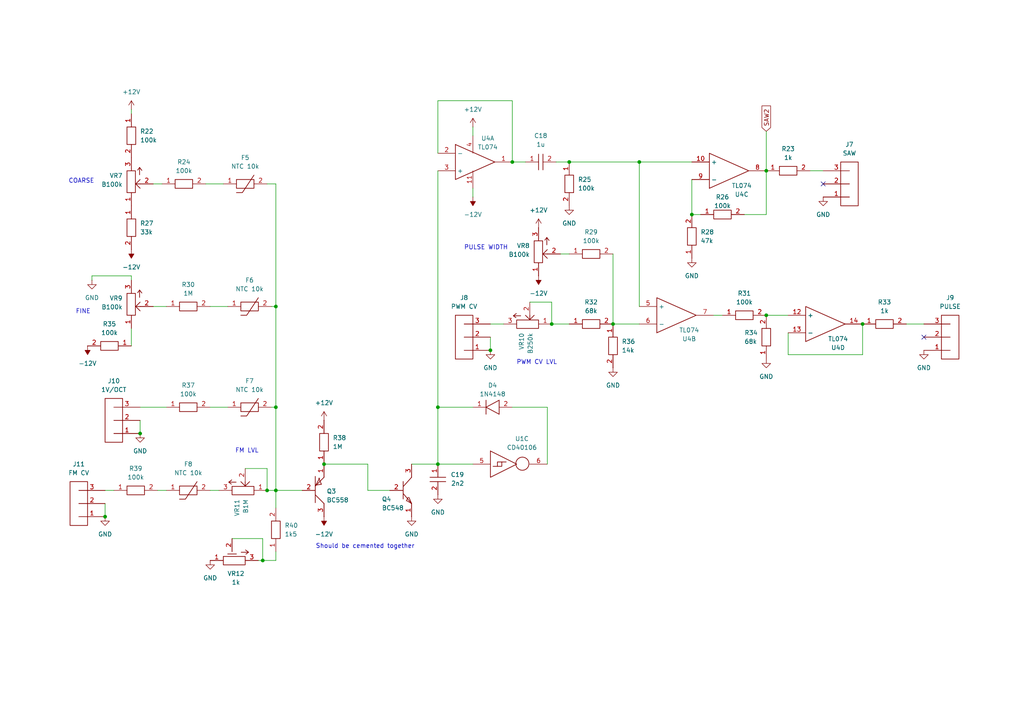
<source format=kicad_sch>
(kicad_sch (version 20250114) (generator "eeschema") (generator_version "9.0")
  (paper "A4")
  (lib_symbols
    (symbol "V_Connector:CONN_3"
      (property "Reference" "J" (at -5.08 11.43 0))
      (property "Value" "CONN_3" (at -5.08 8.89 0))
      (symbol "CONN_3_0_0"
        (rectangle (start 0 6.35) (end 5.08 -6.35) (stroke (width 0.2032)))
      )
      (symbol "CONN_3_1_0"
        (pin unspecified line (at -5.08 3.81 0) (length 7.62) (name "~") (number "1"))
        (pin unspecified line (at -5.08 0 0) (length 7.62) (name "~") (number "2"))
        (pin unspecified line (at -5.08 -3.81 0) (length 7.62) (name "~") (number "3"))
      )
    )
    (symbol "V_Diode:1N4148"
      (property "Reference" "D" (at -1.905 10.795 0))
      (property "Value" "1N4148" (at -1.905 8.255 0))
      (symbol "1N4148_0_0"
        (polyline (pts (xy -2.032 2.54) (xy 2.032 2.54)) (stroke (width 0.2032)))
        (polyline (pts (xy -2.032 -1.27) (xy 2.032 -1.27)) (stroke (width 0.2032)))
        (polyline (pts (xy 0 -1.27) (xy -2.032 2.54)) (stroke (width 0.2032)))
        (polyline (pts (xy 2.032 2.54) (xy 0 -1.27)) (stroke (width 0.2032)))
      )
      (symbol "1N4148_1_0"
        (pin unspecified line (at 0 6.35 270) (length 3.81) (name "~") (number "2"))
        (pin unspecified line (at 0 -5.08 90) (length 3.81) (name "~") (number "1"))
      )
    )
    (symbol "V_Linear:TL074,_TL084,_LF347_ETC"
      (property "Reference" "U" (at -10.795 12.7 0))
      (property "Value" "TL074,_TL084,_LF347_ETC" (at -10.795 10.16 0))
      (symbol "TL074,_TL084,_LF347_ETC_0_0"
        (polyline (pts (xy -6.35 5.08) (xy 5.08 0) (xy -6.35 -5.08) (xy -6.35 5.08)) (stroke (width 0.2032)))
      )
      (symbol "TL074,_TL084,_LF347_ETC_1_0"
        (pin unspecified line (at -11.43 2.54 0) (length 5.08) (name "-") (number "2"))
        (pin unspecified line (at -11.43 -2.54 0) (length 5.08) (name "+") (number "3"))
        (pin power_in line (at -1.27 7.62 270) (length 5.08) (name "~") (number "4"))
        (pin power_in line (at -1.27 -7.62 90) (length 5.08) (name "~") (number "11"))
        (pin unspecified line (at 10.16 0 180) (length 5.08) (name "~") (number "1"))
      )
      (symbol "TL074,_TL084,_LF347_ETC_2_0"
        (pin unspecified line (at -11.43 2.54 0) (length 5.08) (name "-") (number "6"))
        (pin unspecified line (at -11.43 -2.54 0) (length 5.08) (name "+") (number "5"))
        (pin unspecified line (at 10.16 0 180) (length 5.08) (name "~") (number "7"))
      )
      (symbol "TL074,_TL084,_LF347_ETC_3_0"
        (pin unspecified line (at -11.43 2.54 0) (length 5.08) (name "-") (number "9"))
        (pin unspecified line (at -11.43 -2.54 0) (length 5.08) (name "+") (number "10"))
        (pin unspecified line (at 10.16 0 180) (length 5.08) (name "~") (number "8"))
      )
      (symbol "TL074,_TL084,_LF347_ETC_4_0"
        (pin unspecified line (at -11.43 2.54 0) (length 5.08) (name "-") (number "13"))
        (pin unspecified line (at -11.43 -2.54 0) (length 5.08) (name "+") (number "12"))
        (pin unspecified line (at 10.16 0 180) (length 5.08) (name "~") (number "14"))
      )
    )
    (symbol "V_Logic:CD40106"
      (property "Reference" "U" (at -10.795 12.7 0))
      (property "Value" "CD40106" (at -10.795 10.16 0))
      (symbol "CD40106_0_0"
        (polyline (pts (xy -6.35 3.81) (xy -6.35 -3.81) (xy 1.27 0) (xy -6.35 3.81)) (stroke (width 0.2032)))
        (polyline (pts (xy -4.318 -0.635) (xy -4.318 0.635) (xy -1.778 0.635)) (stroke (width 0.2032)))
        (polyline (pts (xy -3.048 0.635) (xy -3.048 -0.635) (xy -5.588 -0.635)) (stroke (width 0.2032)))
        (circle (center 2.921 0.127) (radius 1.905) (stroke (width 0.2032)))
      )
      (symbol "CD40106_1_0"
        (pin unspecified line (at -11.43 0 0) (length 5.08) (name "~") (number "1"))
        (pin unspecified line (at -2.54 7.62 270) (length 5.08) (name "~") (number "14"))
        (pin unspecified line (at -2.54 -7.62 90) (length 5.08) (name "~") (number "7"))
        (pin unspecified line (at 10.16 0 180) (length 5.08) (name "~") (number "2"))
      )
      (symbol "CD40106_2_0"
        (pin unspecified line (at -11.43 0 0) (length 5.08) (name "~") (number "3"))
        (pin unspecified line (at 10.16 0 180) (length 5.08) (name "~") (number "4"))
      )
      (symbol "CD40106_3_0"
        (pin unspecified line (at -11.43 0 0) (length 5.08) (name "~") (number "5"))
        (pin unspecified line (at 10.16 0 180) (length 5.08) (name "~") (number "6"))
      )
      (symbol "CD40106_4_0"
        (pin unspecified line (at -11.43 0 0) (length 5.08) (name "~") (number "9"))
        (pin unspecified line (at 10.16 0 180) (length 5.08) (name "~") (number "8"))
      )
      (symbol "CD40106_5_0"
        (pin unspecified line (at -11.43 0 0) (length 5.08) (name "~") (number "11"))
        (pin unspecified line (at 10.16 0 180) (length 5.08) (name "~") (number "10"))
      )
      (symbol "CD40106_6_0"
        (pin unspecified line (at -11.43 0 0) (length 5.08) (name "~") (number "13"))
        (pin unspecified line (at 10.16 0 180) (length 5.08) (name "~") (number "12"))
      )
    )
    (symbol "V_Passive:C"
      (property "Reference" "C" (at -2.54 9.525 0))
      (property "Value" "C" (at -2.54 6.985 0))
      (symbol "C_0_0"
        (polyline (pts (xy -2.286 1.27) (xy 2.286 1.27)) (stroke (width 0.2032)))
        (polyline (pts (xy -2.286 0) (xy 2.286 0)) (stroke (width 0.2032)))
      )
      (symbol "C_1_0"
        (pin unspecified line (at 0 5.08 270) (length 3.81) (name "~") (number "1"))
        (pin unspecified line (at 0 -3.81 90) (length 3.81) (name "~") (number "2"))
      )
    )
    (symbol "V_Passive:MOV"
      (property "Reference" "F" (at -2.54 11.43 0))
      (property "Value" "MOV" (at -2.54 8.89 0))
      (symbol "MOV_0_0"
        (polyline (pts (xy -2.54 2.54) (xy -2.54 0.8382) (xy 2.54 -2.54)) (stroke (width 0.2032)))
        (rectangle (start -1.27 2.54) (end 1.27 -2.54) (stroke (width 0.2032)))
      )
      (symbol "MOV_1_0"
        (pin unspecified line (at 0 6.35 270) (length 3.81) (name "~") (number "1"))
        (pin unspecified line (at 0 -6.35 90) (length 3.81) (name "~") (number "2"))
      )
    )
    (symbol "V_Passive:R"
      (property "Reference" "R" (at -1.27 11.43 0))
      (property "Value" "R" (at -1.27 8.89 0))
      (symbol "R_0_0"
        (rectangle (start -1.27 2.54) (end 1.27 -2.54) (stroke (width 0.2032)))
      )
      (symbol "R_1_0"
        (pin unspecified line (at 0 6.35 270) (length 3.81) (name "~") (number "1"))
        (pin unspecified line (at 0 -6.35 90) (length 3.81) (name "~") (number "2"))
      )
    )
    (symbol "V_Passive:RT"
      (property "Reference" "VR" (at -3.81 12.065 0))
      (property "Value" "RT" (at -3.81 9.525 0))
      (symbol "RT_0_0"
        (polyline (pts (xy 0.1524 4.7752) (xy 0.7112 4.0132)) (stroke (width 0.2032)))
        (polyline (pts (xy 0.1524 2.6416) (xy 0.1524 4.7752) (xy -0.508 3.9116)) (stroke (width 0.2032)))
        (polyline (pts (xy 0.6604 -1.27) (xy 0.6604 1.27)) (stroke (width 0.2032)))
        (rectangle (start 1.3716 3.81) (end 3.81 -2.54) (stroke (width 0.2032)))
      )
      (symbol "RT_1_0"
        (pin unspecified line (at -3.81 0 0) (length 3.81) (name "~") (number "2"))
        (pin unspecified line (at 2.54 7.62 270) (length 3.81) (name "~") (number "3"))
        (pin unspecified line (at 2.54 -6.35 90) (length 3.81) (name "~") (number "1"))
      )
    )
    (symbol "V_Passive:RV"
      (property "Reference" "VR" (at -3.81 12.065 0))
      (property "Value" "RV" (at -3.81 9.525 0))
      (symbol "RV_0_0"
        (polyline (pts (xy 0 1.27) (xy 1.27 0) (xy 0 -1.27)) (stroke (width 0.2032)))
        (polyline (pts (xy 0 0) (xy 1.27 0)) (stroke (width 0.2032)))
        (polyline (pts (xy 0.1524 4.7752) (xy 0.7112 4.0132)) (stroke (width 0.2032)))
        (polyline (pts (xy 0.1524 2.6416) (xy 0.1524 4.7752) (xy -0.508 3.9116)) (stroke (width 0.2032)))
        (rectangle (start 1.3716 3.81) (end 3.81 -2.54) (stroke (width 0.2032)))
      )
      (symbol "RV_1_0"
        (pin unspecified line (at -3.81 0 0) (length 3.81) (name "~") (number "2"))
        (pin unspecified line (at 2.54 7.62 270) (length 3.81) (name "~") (number "3"))
        (pin unspecified line (at 2.54 -6.35 90) (length 3.81) (name "~") (number "1"))
      )
    )
    (symbol "V_Transistor:BC547{brace}slash}BC548{brace}slash}BC549"
      (property "Reference" "Q" (at -7.62 8.255 0))
      (property "Value" "BC547{brace}slash}BC548{brace}slash}BC549" (at -7.62 5.715 0))
      (symbol "BC547{brace}slash}BC548{brace}slash}BC549_0_0"
        (polyline (pts (xy -2.5908 1.3716) (xy 2.4892 1.3716)) (stroke (width 0.2032)))
        (polyline (pts (xy -1.1684 1.4224) (xy -3.81 3.81)) (stroke (width 0.2032)))
        (polyline (pts (xy 0.9652 1.4224) (xy 3.81 3.81)) (stroke (width 0.2032)))
        (polyline (pts (xy 2.032 3.048) (xy 3.81 3.81)) (stroke (width 0.2032)))
        (polyline (pts (xy 2.032 2.794) (xy 3.048 2.286)) (stroke (width 0.2032)))
        (polyline (pts (xy 3.048 2.54) (xy 3.81 3.81)) (stroke (width 0.2032)))
      )
      (symbol "BC547{brace}slash}BC548{brace}slash}BC549_1_0"
        (pin unspecified line (at -7.62 3.81 0) (length 3.81) (name "~") (number "3"))
        (pin unspecified line (at 0 -2.54 90) (length 3.81) (name "~") (number "2"))
        (pin unspecified line (at 7.62 3.81 180) (length 3.81) (name "~") (number "1"))
      )
    )
    (symbol "V_Transistor:BC557{brace}slash}BC558{brace}slash}BC559"
      (property "Reference" "Q" (at -7.62 8.255 0))
      (property "Value" "BC557{brace}slash}BC558{brace}slash}BC559" (at -7.62 5.715 0))
      (symbol "BC557{brace}slash}BC558{brace}slash}BC559_0_0"
        (polyline (pts (xy -3.556 1.27) (xy 4.064 1.27)) (stroke (width 0.2032)))
        (polyline (pts (xy -1.27 1.27) (xy -3.81 3.81)) (stroke (width 0.2032)))
        (polyline (pts (xy 1.27 1.27) (xy 3.81 3.81)) (stroke (width 0.2032)))
        (polyline (pts (xy 1.778 3.048) (xy 1.524 1.27)) (stroke (width 0.2032)))
        (polyline (pts (xy 1.778 3.048) (xy 3.556 2.286)) (stroke (width 0.2032)))
        (polyline (pts (xy 3.556 2.54) (xy 1.27 1.27)) (stroke (width 0.2032)))
      )
      (symbol "BC557{brace}slash}BC558{brace}slash}BC559_1_0"
        (pin unspecified line (at -7.62 3.81 0) (length 3.81) (name "~") (number "3"))
        (pin unspecified line (at 0 -2.54 90) (length 3.81) (name "~") (number "2"))
        (pin unspecified line (at 7.62 3.81 180) (length 3.81) (name "~") (number "1"))
      )
    )
    (symbol "power:+15V" (power) (pin_numbers (hide yes)) (pin_names (offset 0) (hide yes))
      (property "Value" "+15V" (at 0 3.556 0))
      (symbol "+15V_0_1"
        (polyline (pts (xy -0.762 1.27) (xy 0 2.54)))
        (polyline (pts (xy 0 2.54) (xy 0.762 1.27)))
        (polyline (pts (xy 0 0) (xy 0 2.54)))
      )
      (symbol "+15V_1_1"
        (pin power_in line (at 0 0 90) (length 0) (name "~") (number "1"))
      )
    )
    (symbol "power:-15V" (power) (pin_numbers (hide yes)) (pin_names (offset 0) (hide yes))
      (property "Value" "-15V" (at 0 3.556 0))
      (symbol "-15V_0_0"
        (pin power_in line (at 0 0 90) (length 0) (name "~") (number "1"))
      )
      (symbol "-15V_0_1"
        (polyline (pts (xy 0 0) (xy 0 1.27) (xy 0.762 1.27) (xy 0 2.54) (xy -0.762 1.27) (xy 0 1.27)) (fill (type outline)))
      )
    )
    (symbol "power:GND" (power) (pin_numbers (hide yes)) (pin_names (offset 0) (hide yes))
      (property "Value" "GND" (at 0 -3.81 0))
      (symbol "GND_0_1"
        (polyline (pts (xy 0 0) (xy 0 -1.27) (xy 1.27 -1.27) (xy 0 -2.54) (xy -1.27 -1.27) (xy 0 -1.27)))
      )
      (symbol "GND_1_1"
        (pin power_in line (at 0 0 270) (length 0) (name "~") (number "1"))
      )
    )
  )
  (text "PWM CV LVL" (at 155.702 105.156 0) (effects (font (size 1.27 1.27))))
  (text "FINE" (at 24.13 90.424 0) (effects (font (size 1.27 1.27))))
  (text "Should be cemented together" (at 105.918 158.496 0) (effects (font (size 1.27 1.27))))
  (text "PULSE WIDTH\n" (at 140.97 71.882 0) (effects (font (size 1.27 1.27))))
  (text "COARSE\n" (at 23.622 52.578 0) (effects (font (size 1.27 1.27))))
  (text "FM LVL" (at 71.628 130.81 0) (effects (font (size 1.27 1.27))))
  (junction (at 142.24 101.6))
  (junction (at 222.25 49.53))
  (junction (at 148.59 46.99))
  (junction (at 80.01 88.9))
  (junction (at 222.25 91.44))
  (junction (at 127 118.11))
  (junction (at 127 134.62))
  (junction (at 200.66 62.23))
  (junction (at 250.19 93.98))
  (junction (at 30.48 149.86))
  (junction (at 80.01 142.24))
  (junction (at 93.98 134.62))
  (junction (at 185.42 46.99))
  (junction (at 160.02 93.98))
  (junction (at 76.2 162.56))
  (junction (at 77.47 142.24))
  (junction (at 40.64 125.73))
  (junction (at 177.8 93.98))
  (junction (at 80.01 118.11))
  (junction (at 165.1 46.99))
  (no_connect (at 238.76 53.34))
  (no_connect (at 267.97 97.79))
  (wire (pts (xy 127 118.11) (xy 127 134.62)))
  (wire (pts (xy 93.98 134.62) (xy 106.68 134.62)))
  (wire (pts (xy 26.67 81.28) (xy 26.67 80.01)))
  (wire (pts (xy 38.1 95.25) (xy 38.1 100.33)))
  (wire (pts (xy 30.48 146.05) (xy 30.48 149.86)))
  (wire (pts (xy 200.66 62.23) (xy 203.2 62.23)))
  (wire (pts (xy 222.25 62.23) (xy 222.25 49.53)))
  (wire (pts (xy 207.01 91.44) (xy 209.55 91.44)))
  (wire (pts (xy 228.6 96.52) (xy 228.6 102.87)))
  (wire (pts (xy 177.8 93.98) (xy 185.42 93.98)))
  (wire (pts (xy 60.96 118.11) (xy 66.04 118.11)))
  (wire (pts (xy 127 29.21) (xy 148.59 29.21)))
  (wire (pts (xy 158.75 134.62) (xy 158.75 118.11)))
  (wire (pts (xy 127 44.45) (xy 127 29.21)))
  (wire (pts (xy 160.02 87.63) (xy 160.02 93.98)))
  (wire (pts (xy 77.47 135.89) (xy 77.47 142.24)))
  (wire (pts (xy 262.89 93.98) (xy 267.97 93.98)))
  (wire (pts (xy 165.1 46.99) (xy 185.42 46.99)))
  (wire (pts (xy 137.16 118.11) (xy 127 118.11)))
  (wire (pts (xy 153.67 87.63) (xy 160.02 87.63)))
  (wire (pts (xy 76.2 156.21) (xy 76.2 162.56)))
  (wire (pts (xy 185.42 46.99) (xy 200.66 46.99)))
  (wire (pts (xy 162.56 73.66) (xy 165.1 73.66)))
  (wire (pts (xy 234.95 49.53) (xy 238.76 49.53)))
  (wire (pts (xy 250.19 102.87) (xy 250.19 93.98)))
  (wire (pts (xy 77.47 53.34) (xy 80.01 53.34)))
  (wire (pts (xy 26.67 80.01) (xy 38.1 80.01)))
  (wire (pts (xy 77.47 142.24) (xy 80.01 142.24)))
  (wire (pts (xy 137.16 54.61) (xy 137.16 57.15)))
  (wire (pts (xy 40.64 121.92) (xy 40.64 125.73)))
  (wire (pts (xy 137.16 36.83) (xy 137.16 39.37)))
  (wire (pts (xy 200.66 52.07) (xy 200.66 62.23)))
  (wire (pts (xy 158.75 118.11) (xy 148.59 118.11)))
  (wire (pts (xy 222.25 91.44) (xy 228.6 91.44)))
  (wire (pts (xy 71.12 135.89) (xy 77.47 135.89)))
  (wire (pts (xy 80.01 118.11) (xy 78.74 118.11)))
  (wire (pts (xy 74.93 162.56) (xy 76.2 162.56)))
  (wire (pts (xy 30.48 142.24) (xy 33.02 142.24)))
  (wire (pts (xy 38.1 80.01) (xy 38.1 81.28)))
  (wire (pts (xy 127 49.53) (xy 127 118.11)))
  (wire (pts (xy 148.59 29.21) (xy 148.59 46.99)))
  (wire (pts (xy 44.45 88.9) (xy 48.26 88.9)))
  (wire (pts (xy 80.01 88.9) (xy 80.01 118.11)))
  (wire (pts (xy 80.01 53.34) (xy 80.01 88.9)))
  (wire (pts (xy 80.01 142.24) (xy 80.01 118.11)))
  (wire (pts (xy 59.69 53.34) (xy 64.77 53.34)))
  (wire (pts (xy 142.24 93.98) (xy 146.05 93.98)))
  (wire (pts (xy 127 134.62) (xy 137.16 134.62)))
  (wire (pts (xy 142.24 97.79) (xy 142.24 101.6)))
  (wire (pts (xy 177.8 73.66) (xy 177.8 93.98)))
  (wire (pts (xy 228.6 102.87) (xy 250.19 102.87)))
  (wire (pts (xy 185.42 46.99) (xy 185.42 88.9)))
  (wire (pts (xy 45.72 142.24) (xy 48.26 142.24)))
  (wire (pts (xy 160.02 93.98) (xy 165.1 93.98)))
  (wire (pts (xy 222.25 38.1) (xy 222.25 49.53)))
  (wire (pts (xy 148.59 46.99) (xy 152.4 46.99)))
  (wire (pts (xy 60.96 88.9) (xy 66.04 88.9)))
  (wire (pts (xy 80.01 162.56) (xy 80.01 160.02)))
  (wire (pts (xy 76.2 162.56) (xy 80.01 162.56)))
  (wire (pts (xy 80.01 142.24) (xy 87.63 142.24)))
  (wire (pts (xy 161.29 46.99) (xy 165.1 46.99)))
  (wire (pts (xy 106.68 134.62) (xy 106.68 142.24)))
  (wire (pts (xy 40.64 118.11) (xy 48.26 118.11)))
  (wire (pts (xy 67.31 156.21) (xy 76.2 156.21)))
  (wire (pts (xy 60.96 142.24) (xy 63.5 142.24)))
  (wire (pts (xy 80.01 88.9) (xy 78.74 88.9)))
  (wire (pts (xy 106.68 142.24) (xy 113.03 142.24)))
  (wire (pts (xy 38.1 33.02) (xy 38.1 31.75)))
  (wire (pts (xy 215.9 62.23) (xy 222.25 62.23)))
  (wire (pts (xy 46.99 53.34) (xy 44.45 53.34)))
  (wire (pts (xy 80.01 142.24) (xy 80.01 147.32)))
  (wire (pts (xy 119.38 134.62) (xy 127 134.62)))
  (global_label "SAW2" (shape input) (at 222.25 38.1 90) (property "Intersheetrefs" "${INTERSHEET_REFS}" (effects (hide yes))))
  (symbol (lib_id "power:-15V") (at 93.98 149.86 180) (unit 1)
    (property "Reference" "#PWR055" (effects (hide yes)))
    (property "Value" "-12V" (at 93.98 154.94 0))
    (property "Description" "Power symbol creates a global label with name \"-15V\"" (effects (hide yes)))
  )
  (symbol (lib_id "V_Passive:R") (at 38.1 66.04 0) (unit 1)
    (property "Reference" "R27" (at 40.64 64.7699 0) (effects (justify left)))
    (property "Value" "33k" (at 40.64 67.3099 0) (effects (justify left)))
    (property "Footprint" "AX3_1" (effects (hide yes)))
  )
  (symbol (lib_id "V_Linear:TL074,_TL084,_LF347_ETC") (at 212.09 49.53 0) (mirror x) (unit 3)
    (property "Reference" "U4" (at 215.138 56.388 0))
    (property "Value" "TL074" (at 215.138 53.848 0))
    (property "Footprint" "DIP14" (effects (hide yes)))
  )
  (symbol (lib_id "V_Passive:R") (at 171.45 73.66 90) (unit 1)
    (property "Reference" "R29" (at 171.45 67.31 90))
    (property "Value" "100k" (at 171.45 69.85 90))
    (property "Footprint" "AX3_1" (effects (hide yes)))
  )
  (symbol (lib_id "V_Passive:R") (at 209.55 62.23 90) (unit 1)
    (property "Reference" "R26" (at 209.55 57.15 90))
    (property "Value" "100k" (at 209.55 59.69 90))
    (property "Footprint" "AX3_1" (effects (hide yes)))
  )
  (symbol (lib_id "V_Passive:MOV") (at 71.12 53.34 90) (unit 1)
    (property "Reference" "F5" (at 71.12 45.72 90))
    (property "Value" "NTC 10k" (at 71.12 48.26 90))
    (property "Footprint" "AX3_1" (effects (hide yes)))
  )
  (symbol (lib_id "V_Connector:CONN_3") (at 25.4 146.05 180) (unit 1)
    (property "Reference" "J11" (at 22.86 134.62 0))
    (property "Value" "FM CV" (at 22.86 137.16 0))
    (property "Footprint" "THONK" (effects (hide yes)))
  )
  (symbol (lib_id "V_Passive:R") (at 38.1 39.37 0) (unit 1)
    (property "Reference" "R22" (at 40.64 38.0999 0) (effects (justify left)))
    (property "Value" "100k" (at 40.64 40.6399 0) (effects (justify left)))
    (property "Footprint" "AX3_1" (effects (hide yes)))
  )
  (symbol (lib_id "power:-15V") (at 156.21 80.01 180) (unit 1)
    (property "Reference" "#PWR042" (effects (hide yes)))
    (property "Value" "-12V" (at 156.21 85.09 0))
    (property "Description" "Power symbol creates a global label with name \"-15V\"" (effects (hide yes)))
  )
  (symbol (lib_id "power:GND") (at 26.67 81.28 0) (unit 1)
    (property "Reference" "#PWR043" (effects (hide yes)))
    (property "Value" "GND" (at 26.67 86.36 0))
    (property "Description" "Power symbol creates a global label with name \"GND\" , ground" (effects (hide yes)))
  )
  (symbol (lib_id "V_Passive:C") (at 157.48 46.99 90) (unit 1)
    (property "Reference" "C18" (at 156.845 39.37 90))
    (property "Value" "1u" (at 156.845 41.91 90))
    (property "Footprint" "BOX1_3" (effects (hide yes)))
  )
  (symbol (lib_id "V_Passive:RV") (at 71.12 139.7 90) (mirror x) (unit 1)
    (property "Reference" "VR11" (at 68.7323 144.78 0) (effects (justify left)))
    (property "Value" "B1M" (at 71.2723 144.78 0) (effects (justify left)))
    (property "Footprint" "POT6_5" (effects (hide yes)))
  )
  (symbol (lib_id "V_Passive:R") (at 222.25 97.79 180) (unit 1)
    (property "Reference" "R34" (at 215.9 96.52 0) (effects (justify right)))
    (property "Value" "68k" (at 215.9 99.06 0) (effects (justify right)))
    (property "Footprint" "AX3_1" (effects (hide yes)))
  )
  (symbol (lib_id "power:GND") (at 40.64 125.73 0) (unit 1)
    (property "Reference" "#PWR050" (effects (hide yes)))
    (property "Value" "GND" (at 40.64 130.81 0))
    (property "Description" "Power symbol creates a global label with name \"GND\" , ground" (effects (hide yes)))
  )
  (symbol (lib_id "V_Connector:CONN_3") (at 273.05 97.79 0) (mirror x) (unit 1)
    (property "Reference" "J9" (at 275.59 86.36 0))
    (property "Value" "PULSE" (at 275.59 88.9 0))
    (property "Footprint" "THONK" (effects (hide yes)))
  )
  (symbol (lib_id "power:GND") (at 177.8 106.68 0) (unit 1)
    (property "Reference" "#PWR048" (effects (hide yes)))
    (property "Value" "GND" (at 177.8 111.76 0))
    (property "Description" "Power symbol creates a global label with name \"GND\" , ground" (effects (hide yes)))
  )
  (symbol (lib_id "V_Passive:R") (at 39.37 142.24 90) (unit 1)
    (property "Reference" "R39" (at 39.37 135.89 90))
    (property "Value" "100k" (at 39.37 138.43 90))
    (property "Footprint" "AX3_1" (effects (hide yes)))
  )
  (symbol (lib_id "power:+15V") (at 137.16 36.83 0) (unit 1)
    (property "Reference" "#PWR035" (effects (hide yes)))
    (property "Value" "+12V" (at 137.16 31.75 0))
    (property "Description" "Power symbol creates a global label with name \"+15V\"" (effects (hide yes)))
  )
  (symbol (lib_id "V_Passive:R") (at 200.66 68.58 180) (unit 1)
    (property "Reference" "R28" (at 203.2 67.3099 0) (effects (justify right)))
    (property "Value" "47k" (at 203.2 69.8499 0) (effects (justify right)))
    (property "Footprint" "AX3_1" (effects (hide yes)))
  )
  (symbol (lib_id "power:GND") (at 200.66 74.93 0) (unit 1)
    (property "Reference" "#PWR041" (effects (hide yes)))
    (property "Value" "GND" (at 200.66 80.01 0))
    (property "Description" "Power symbol creates a global label with name \"GND\" , ground" (effects (hide yes)))
  )
  (symbol (lib_id "power:GND") (at 30.48 149.86 0) (unit 1)
    (property "Reference" "#PWR054" (effects (hide yes)))
    (property "Value" "GND" (at 30.48 154.94 0))
    (property "Description" "Power symbol creates a global label with name \"GND\" , ground" (effects (hide yes)))
  )
  (symbol (lib_id "power:+15V") (at 38.1 31.75 0) (unit 1)
    (property "Reference" "#PWR034" (effects (hide yes)))
    (property "Value" "+12V" (at 38.1 26.67 0))
    (property "Description" "Power symbol creates a global label with name \"+15V\"" (effects (hide yes)))
  )
  (symbol (lib_id "V_Connector:CONN_3") (at 35.56 121.92 180) (unit 1)
    (property "Reference" "J10" (at 33.02 110.49 0))
    (property "Value" "1V/OCT" (at 33.02 113.03 0))
    (property "Footprint" "THONK" (effects (hide yes)))
  )
  (symbol (lib_id "V_Transistor:BC557{brace}slash}BC558{brace}slash}BC559") (at 90.17 142.24 270) (mirror x) (unit 1)
    (property "Reference" "Q3" (at 94.742 142.494 90) (effects (justify left)))
    (property "Value" "BC558" (at 94.742 145.034 90) (effects (justify left)))
    (property "Footprint" "TO92" (effects (hide yes)))
  )
  (symbol (lib_id "V_Logic:CD40106") (at 148.59 134.62 0) (unit 3)
    (property "Reference" "U1" (at 151.384 127.254 0))
    (property "Value" "CD40106" (at 151.384 129.794 0))
    (property "Footprint" "DIP14" (effects (hide yes)))
  )
  (symbol (lib_id "power:GND") (at 127 143.51 0) (unit 1)
    (property "Reference" "#PWR053" (effects (hide yes)))
    (property "Value" "GND" (at 127 148.59 0))
    (property "Description" "Power symbol creates a global label with name \"GND\" , ground" (effects (hide yes)))
  )
  (symbol (lib_id "V_Passive:R") (at 53.34 53.34 90) (unit 1)
    (property "Reference" "R24" (at 53.34 46.99 90))
    (property "Value" "100k" (at 53.34 49.53 90))
    (property "Footprint" "AX3_1" (effects (hide yes)))
  )
  (symbol (lib_id "V_Passive:MOV") (at 72.39 88.9 90) (unit 1)
    (property "Reference" "F6" (at 72.39 81.28 90))
    (property "Value" "NTC 10k" (at 72.39 83.82 90))
    (property "Footprint" "AX3_1" (effects (hide yes)))
  )
  (symbol (lib_id "V_Diode:1N4148") (at 142.24 118.11 270) (unit 1)
    (property "Reference" "D4" (at 142.875 111.76 90))
    (property "Value" "1N4148" (at 142.875 114.3 90))
    (property "Footprint" "AX2_1" (effects (hide yes)))
  )
  (symbol (lib_id "power:GND") (at 267.97 101.6 0) (unit 1)
    (property "Reference" "#PWR046" (effects (hide yes)))
    (property "Value" "GND" (at 267.97 106.68 0))
    (property "Description" "Power symbol creates a global label with name \"GND\" , ground" (effects (hide yes)))
  )
  (symbol (lib_id "V_Passive:C") (at 127 139.7 0) (unit 1)
    (property "Reference" "C19" (at 134.62 137.668 0) (effects (justify right)))
    (property "Value" "2n2" (at 134.62 140.208 0) (effects (justify right)))
    (property "Footprint" "BOX1_3" (effects (hide yes)))
  )
  (symbol (lib_id "V_Passive:RV") (at 158.75 73.66 0) (mirror y) (unit 1)
    (property "Reference" "VR8" (at 153.67 71.2723 0) (effects (justify left)))
    (property "Value" "B100k" (at 153.67 73.8123 0) (effects (justify left)))
    (property "Footprint" "POT6_5" (effects (hide yes)))
  )
  (symbol (lib_id "V_Transistor:BC547{brace}slash}BC548{brace}slash}BC549") (at 115.57 142.24 270) (unit 1)
    (property "Reference" "Q4" (at 110.744 144.78 90) (effects (justify left)))
    (property "Value" "BC548" (at 110.744 147.32 90) (effects (justify left)))
    (property "Footprint" "TO92" (effects (hide yes)))
  )
  (symbol (lib_id "V_Linear:TL074,_TL084,_LF347_ETC") (at 196.85 91.44 0) (mirror x) (unit 2)
    (property "Reference" "U4" (at 199.898 98.298 0))
    (property "Value" "TL074" (at 199.898 95.758 0))
    (property "Footprint" "DIP14" (effects (hide yes)))
  )
  (symbol (lib_id "power:GND") (at 222.25 104.14 0) (unit 1)
    (property "Reference" "#PWR047" (effects (hide yes)))
    (property "Value" "GND" (at 222.25 109.22 0))
    (property "Description" "Power symbol creates a global label with name \"GND\" , ground" (effects (hide yes)))
  )
  (symbol (lib_id "V_Connector:CONN_3") (at 137.16 97.79 180) (unit 1)
    (property "Reference" "J8" (at 134.62 86.36 0))
    (property "Value" "PWM CV" (at 134.62 88.9 0))
    (property "Footprint" "THONK" (effects (hide yes)))
  )
  (symbol (lib_id "V_Passive:R") (at 93.98 128.27 180) (unit 1)
    (property "Reference" "R38" (at 96.52 126.9999 0) (effects (justify right)))
    (property "Value" "1M" (at 96.52 129.5399 0) (effects (justify right)))
    (property "Footprint" "AX3_1" (effects (hide yes)))
  )
  (symbol (lib_id "power:GND") (at 165.1 59.69 0) (unit 1)
    (property "Reference" "#PWR038" (effects (hide yes)))
    (property "Value" "GND" (at 165.1 64.77 0))
    (property "Description" "Power symbol creates a global label with name \"GND\" , ground" (effects (hide yes)))
  )
  (symbol (lib_id "V_Passive:R") (at 228.6 49.53 90) (unit 1)
    (property "Reference" "R23" (at 228.6 43.18 90))
    (property "Value" "1k" (at 228.6 45.72 90))
    (property "Footprint" "AX3_1" (effects (hide yes)))
  )
  (symbol (lib_id "V_Passive:R") (at 54.61 88.9 90) (unit 1)
    (property "Reference" "R30" (at 54.61 82.55 90))
    (property "Value" "1M" (at 54.61 85.09 90))
    (property "Footprint" "AX3_1" (effects (hide yes)))
  )
  (symbol (lib_id "V_Passive:RV") (at 40.64 88.9 0) (mirror y) (unit 1)
    (property "Reference" "VR9" (at 35.56 86.5123 0) (effects (justify left)))
    (property "Value" "B100k" (at 35.56 89.0523 0) (effects (justify left)))
    (property "Footprint" "POT6_5" (effects (hide yes)))
  )
  (symbol (lib_id "V_Passive:R") (at 215.9 91.44 90) (unit 1)
    (property "Reference" "R31" (at 215.9 85.09 90))
    (property "Value" "100k" (at 215.9 87.63 90))
    (property "Footprint" "AX3_1" (effects (hide yes)))
  )
  (symbol (lib_id "power:-15V") (at 137.16 57.15 180) (unit 1)
    (property "Reference" "#PWR036" (effects (hide yes)))
    (property "Value" "-12V" (at 137.16 62.23 0))
    (property "Description" "Power symbol creates a global label with name \"-15V\"" (effects (hide yes)))
  )
  (symbol (lib_id "power:GND") (at 119.38 149.86 0) (unit 1)
    (property "Reference" "#PWR056" (effects (hide yes)))
    (property "Value" "GND" (at 119.38 154.94 0))
    (property "Description" "Power symbol creates a global label with name \"GND\" , ground" (effects (hide yes)))
  )
  (symbol (lib_id "power:+15V") (at 93.98 121.92 0) (unit 1)
    (property "Reference" "#PWR049" (effects (hide yes)))
    (property "Value" "+12V" (at 93.98 116.84 0))
    (property "Description" "Power symbol creates a global label with name \"+15V\"" (effects (hide yes)))
  )
  (symbol (lib_id "power:+15V") (at 156.21 66.04 0) (unit 1)
    (property "Reference" "#PWR039" (effects (hide yes)))
    (property "Value" "+12V" (at 156.21 60.96 0))
    (property "Description" "Power symbol creates a global label with name \"+15V\"" (effects (hide yes)))
  )
  (symbol (lib_id "power:-15V") (at 38.1 72.39 180) (unit 1)
    (property "Reference" "#PWR040" (effects (hide yes)))
    (property "Value" "-12V" (at 38.1 77.47 0))
    (property "Description" "Power symbol creates a global label with name \"-15V\"" (effects (hide yes)))
  )
  (symbol (lib_id "V_Passive:MOV") (at 72.39 118.11 90) (unit 1)
    (property "Reference" "F7" (at 72.39 110.49 90))
    (property "Value" "NTC 10k" (at 72.39 113.03 90))
    (property "Footprint" "AX3_1" (effects (hide yes)))
  )
  (symbol (lib_id "V_Passive:R") (at 165.1 53.34 0) (unit 1)
    (property "Reference" "R25" (at 167.64 52.0699 0) (effects (justify left)))
    (property "Value" "100k" (at 167.64 54.6099 0) (effects (justify left)))
    (property "Footprint" "AX3_1" (effects (hide yes)))
  )
  (symbol (lib_id "V_Passive:R") (at 54.61 118.11 90) (unit 1)
    (property "Reference" "R37" (at 54.61 111.76 90))
    (property "Value" "100k" (at 54.61 114.3 90))
    (property "Footprint" "AX3_1" (effects (hide yes)))
  )
  (symbol (lib_id "V_Passive:MOV") (at 54.61 142.24 90) (unit 1)
    (property "Reference" "F8" (at 54.61 134.62 90))
    (property "Value" "NTC 10k" (at 54.61 137.16 90))
    (property "Footprint" "AX3_1" (effects (hide yes)))
  )
  (symbol (lib_id "V_Passive:R") (at 177.8 100.33 0) (unit 1)
    (property "Reference" "R36" (at 180.34 99.0599 0) (effects (justify left)))
    (property "Value" "14k" (at 180.34 101.5999 0) (effects (justify left)))
    (property "Footprint" "AX3_1" (effects (hide yes)))
  )
  (symbol (lib_id "V_Passive:R") (at 31.75 100.33 270) (unit 1)
    (property "Reference" "R35" (at 31.75 93.98 90))
    (property "Value" "100k" (at 31.75 96.52 90))
    (property "Footprint" "AX3_1" (effects (hide yes)))
  )
  (symbol (lib_id "V_Passive:RV") (at 153.67 91.44 90) (mirror x) (unit 1)
    (property "Reference" "VR10" (at 151.2823 96.52 0) (effects (justify left)))
    (property "Value" "B250k" (at 153.8223 96.52 0) (effects (justify left)))
    (property "Footprint" "POT6_5" (effects (hide yes)))
  )
  (symbol (lib_id "V_Passive:R") (at 80.01 153.67 180) (unit 1)
    (property "Reference" "R40" (at 82.55 152.3999 0) (effects (justify right)))
    (property "Value" "1k5" (at 82.55 154.9399 0) (effects (justify right)))
    (property "Footprint" "AX3_1" (effects (hide yes)))
  )
  (symbol (lib_id "power:GND") (at 142.24 101.6 0) (unit 1)
    (property "Reference" "#PWR045" (effects (hide yes)))
    (property "Value" "GND" (at 142.24 106.68 0))
    (property "Description" "Power symbol creates a global label with name \"GND\" , ground" (effects (hide yes)))
  )
  (symbol (lib_id "power:GND") (at 60.96 162.56 0) (unit 1)
    (property "Reference" "#PWR057" (effects (hide yes)))
    (property "Value" "GND" (at 60.96 167.64 0))
    (property "Description" "Power symbol creates a global label with name \"GND\" , ground" (effects (hide yes)))
  )
  (symbol (lib_id "power:GND") (at 238.76 57.15 0) (unit 1)
    (property "Reference" "#PWR037" (effects (hide yes)))
    (property "Value" "GND" (at 238.76 62.23 0))
    (property "Description" "Power symbol creates a global label with name \"GND\" , ground" (effects (hide yes)))
  )
  (symbol (lib_id "V_Passive:R") (at 171.45 93.98 90) (unit 1)
    (property "Reference" "R32" (at 171.45 87.63 90))
    (property "Value" "68k" (at 171.45 90.17 90))
    (property "Footprint" "AX3_1" (effects (hide yes)))
  )
  (symbol (lib_id "V_Passive:RT") (at 67.31 160.02 270) (unit 1)
    (property "Reference" "VR12" (at 68.4276 166.37 90))
    (property "Value" "1k" (at 68.4276 168.91 90))
    (property "Footprint" "TRIM6" (effects (hide yes)))
  )
  (symbol (lib_id "V_Passive:RV") (at 40.64 53.34 0) (mirror y) (unit 1)
    (property "Reference" "VR7" (at 35.56 50.9523 0) (effects (justify left)))
    (property "Value" "B100k" (at 35.56 53.4923 0) (effects (justify left)))
    (property "Footprint" "POT5_5" (effects (hide yes)))
  )
  (symbol (lib_id "V_Passive:R") (at 256.54 93.98 90) (unit 1)
    (property "Reference" "R33" (at 256.54 87.63 90))
    (property "Value" "1k" (at 256.54 90.17 90))
    (property "Footprint" "AX3_1" (effects (hide yes)))
  )
  (symbol (lib_id "power:-15V") (at 25.4 100.33 180) (unit 1)
    (property "Reference" "#PWR044" (effects (hide yes)))
    (property "Value" "-12V" (at 25.4 105.41 0))
    (property "Description" "Power symbol creates a global label with name \"-15V\"" (effects (hide yes)))
  )
  (symbol (lib_id "V_Connector:CONN_3") (at 243.84 53.34 0) (mirror x) (unit 1)
    (property "Reference" "J7" (at 246.38 41.91 0))
    (property "Value" "SAW" (at 246.38 44.45 0))
    (property "Footprint" "THONK" (effects (hide yes)))
  )
  (symbol (lib_id "V_Linear:TL074,_TL084,_LF347_ETC") (at 138.43 46.99 0) (unit 1)
    (property "Reference" "U4" (at 141.478 40.132 0))
    (property "Value" "TL074" (at 141.478 42.672 0))
    (property "Footprint" "DIP14" (effects (hide yes)))
  )
  (symbol (lib_id "V_Linear:TL074,_TL084,_LF347_ETC") (at 240.03 93.98 0) (mirror x) (unit 4)
    (property "Reference" "U4" (at 243.078 100.838 0))
    (property "Value" "TL074" (at 243.078 98.298 0))
    (property "Footprint" "DIP14" (effects (hide yes)))
  )
)
</source>
